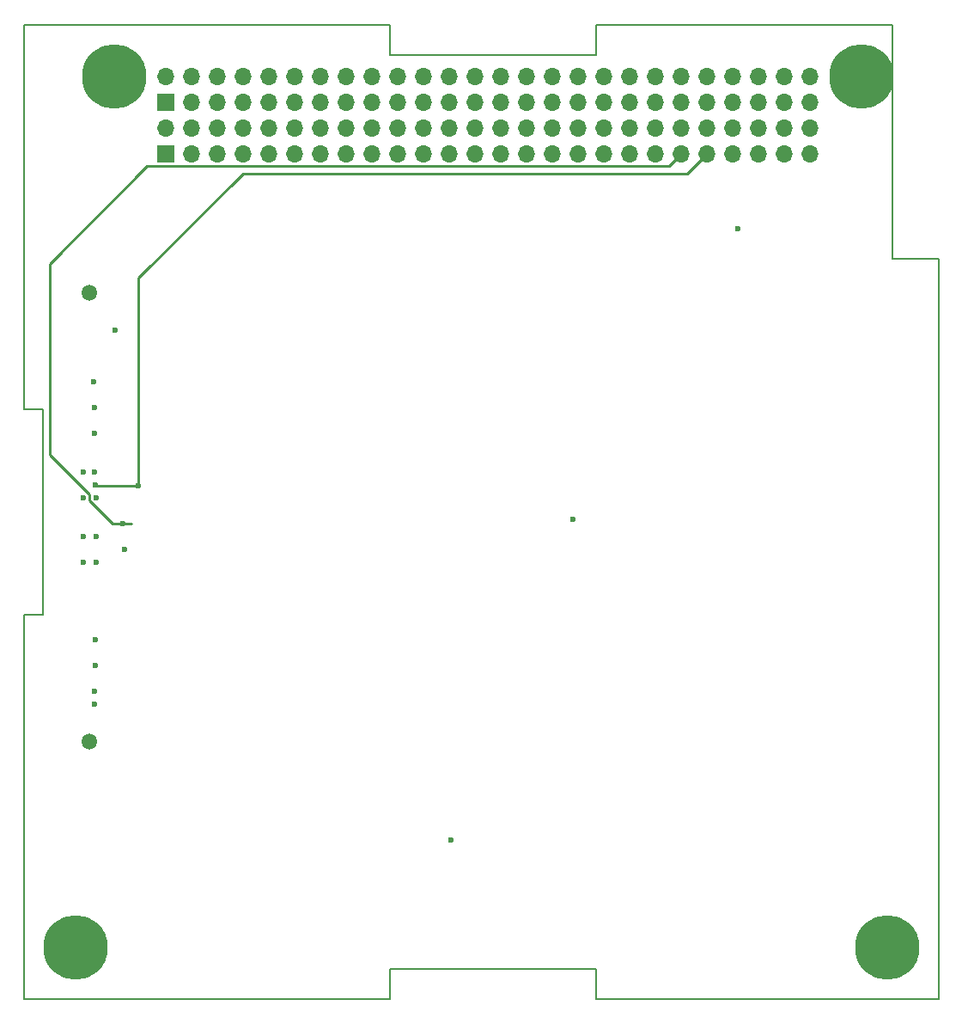
<source format=gbr>
%TF.GenerationSoftware,KiCad,Pcbnew,5.0.0*%
%TF.CreationDate,2018-07-31T15:35:49-05:00*%
%TF.ProjectId,Header_Board,4865616465725F426F6172642E6B6963,rev?*%
%TF.SameCoordinates,Original*%
%TF.FileFunction,Copper,L3,Inr,Signal*%
%TF.FilePolarity,Positive*%
%FSLAX46Y46*%
G04 Gerber Fmt 4.6, Leading zero omitted, Abs format (unit mm)*
G04 Created by KiCad (PCBNEW 5.0.0) date Tue Jul 31 15:35:49 2018*
%MOMM*%
%LPD*%
G01*
G04 APERTURE LIST*
%ADD10C,0.150000*%
%ADD11C,1.500000*%
%ADD12R,1.700000X1.700000*%
%ADD13O,1.700000X1.700000*%
%ADD14C,6.350000*%
%ADD15C,0.600000*%
%ADD16C,0.250000*%
G04 APERTURE END LIST*
D10*
X137668000Y-154305000D02*
X171450000Y-154305000D01*
X81280000Y-154305000D02*
X117348000Y-154305000D01*
X81280000Y-116509800D02*
X81280000Y-154305000D01*
X81280000Y-58420000D02*
X81280000Y-96215200D01*
X137668000Y-58420000D02*
X166878000Y-58420000D01*
X81280000Y-58420000D02*
X117348000Y-58420000D01*
X171450000Y-81407000D02*
X171450000Y-154305000D01*
X83185000Y-116509800D02*
X81280000Y-116509800D01*
X83185000Y-96215200D02*
X83185000Y-116509800D01*
X81280000Y-96215200D02*
X83185000Y-96215200D01*
X137668000Y-151384000D02*
X137668000Y-154305000D01*
X117348000Y-151384000D02*
X137668000Y-151384000D01*
X117348000Y-154305000D02*
X117348000Y-151384000D01*
X166878000Y-81407000D02*
X171450000Y-81407000D01*
X166878000Y-58420000D02*
X166878000Y-81407000D01*
X137668000Y-61341000D02*
X137668000Y-58420000D01*
X117348000Y-61341000D02*
X137668000Y-61341000D01*
X117348000Y-58420000D02*
X117348000Y-61341000D01*
D11*
X87782400Y-128983200D03*
X87782400Y-84783200D03*
D12*
X95257081Y-66040935D03*
D13*
X95257081Y-63500935D03*
X97797081Y-66040935D03*
X97797081Y-63500935D03*
X100337081Y-66040935D03*
X100337081Y-63500935D03*
X102877081Y-66040935D03*
X102877081Y-63500935D03*
X105417081Y-66040935D03*
X105417081Y-63500935D03*
X107957081Y-66040935D03*
X107957081Y-63500935D03*
X110497081Y-66040935D03*
X110497081Y-63500935D03*
X113037081Y-66040935D03*
X113037081Y-63500935D03*
X115577081Y-66040935D03*
X115577081Y-63500935D03*
X118117081Y-66040935D03*
X118117081Y-63500935D03*
X120657081Y-66040935D03*
X120657081Y-63500935D03*
X123197081Y-66040935D03*
X123197081Y-63500935D03*
X125737081Y-66040935D03*
X125737081Y-63500935D03*
X128277081Y-66040935D03*
X128277081Y-63500935D03*
X130817081Y-66040935D03*
X130817081Y-63500935D03*
X133357081Y-66040935D03*
X133357081Y-63500935D03*
X135897081Y-66040935D03*
X135897081Y-63500935D03*
X138437081Y-66040935D03*
X138437081Y-63500935D03*
X140977081Y-66040935D03*
X140977081Y-63500935D03*
X143517081Y-66040935D03*
X143517081Y-63500935D03*
X146057081Y-66040935D03*
X146057081Y-63500935D03*
X148597081Y-66040935D03*
X148597081Y-63500935D03*
X151137081Y-66040935D03*
X151137081Y-63500935D03*
X153677081Y-66040935D03*
X153677081Y-63500935D03*
X156217081Y-66040935D03*
X156217081Y-63500935D03*
X158757081Y-66040935D03*
X158757081Y-63500935D03*
D12*
X95257081Y-71120935D03*
D13*
X95257081Y-68580935D03*
X97797081Y-71120935D03*
X97797081Y-68580935D03*
X100337081Y-71120935D03*
X100337081Y-68580935D03*
X102877081Y-71120935D03*
X102877081Y-68580935D03*
X105417081Y-71120935D03*
X105417081Y-68580935D03*
X107957081Y-71120935D03*
X107957081Y-68580935D03*
X110497081Y-71120935D03*
X110497081Y-68580935D03*
X113037081Y-71120935D03*
X113037081Y-68580935D03*
X115577081Y-71120935D03*
X115577081Y-68580935D03*
X118117081Y-71120935D03*
X118117081Y-68580935D03*
X120657081Y-71120935D03*
X120657081Y-68580935D03*
X123197081Y-71120935D03*
X123197081Y-68580935D03*
X125737081Y-71120935D03*
X125737081Y-68580935D03*
X128277081Y-71120935D03*
X128277081Y-68580935D03*
X130817081Y-71120935D03*
X130817081Y-68580935D03*
X133357081Y-71120935D03*
X133357081Y-68580935D03*
X135897081Y-71120935D03*
X135897081Y-68580935D03*
X138437081Y-71120935D03*
X138437081Y-68580935D03*
X140977081Y-71120935D03*
X140977081Y-68580935D03*
X143517081Y-71120935D03*
X143517081Y-68580935D03*
X146057081Y-71120935D03*
X146057081Y-68580935D03*
X148597081Y-71120935D03*
X148597081Y-68580935D03*
X151137081Y-71120935D03*
X151137081Y-68580935D03*
X153677081Y-71120935D03*
X153677081Y-68580935D03*
X156217081Y-71120935D03*
X156217081Y-68580935D03*
X158757081Y-71120935D03*
X158757081Y-68580935D03*
D14*
X90170000Y-63500000D03*
X163830000Y-63500000D03*
X86360000Y-149225000D03*
X166370000Y-149225000D03*
D11*
X87757000Y-128957800D03*
X87757000Y-84757800D03*
D15*
X91033600Y-107492800D03*
X88366600Y-103708200D03*
X92608400Y-103759000D03*
X91211400Y-110058200D03*
X88315800Y-118922800D03*
X88341200Y-121462800D03*
X88265000Y-98602800D03*
X88163400Y-93522800D03*
X90322400Y-88442800D03*
X88265000Y-96088200D03*
X88290400Y-125272800D03*
X88290400Y-124002800D03*
X88442800Y-111302800D03*
X87147400Y-111302800D03*
X87122000Y-108788200D03*
X88392000Y-108788200D03*
X87147400Y-104952800D03*
X87147400Y-102412800D03*
X88290400Y-102412800D03*
X88417400Y-104952800D03*
X123418600Y-138658600D03*
X135458200Y-107086400D03*
X151638000Y-78460600D03*
D16*
X91033600Y-107492800D02*
X91897200Y-107492800D01*
X87772401Y-104652799D02*
X83820000Y-100700398D01*
X87772401Y-105232803D02*
X87772401Y-104652799D01*
X91033600Y-107492800D02*
X90032398Y-107492800D01*
X90032398Y-107492800D02*
X87772401Y-105232803D01*
X83820000Y-100700398D02*
X83820000Y-81915000D01*
X144882080Y-72295936D02*
X145207082Y-71970934D01*
X93439064Y-72295936D02*
X144882080Y-72295936D01*
X145207082Y-71970934D02*
X146057081Y-71120935D01*
X83820000Y-81915000D02*
X93439064Y-72295936D01*
X88417400Y-103759000D02*
X88366600Y-103708200D01*
X92608400Y-103759000D02*
X88417400Y-103759000D01*
X92608400Y-103759000D02*
X92608400Y-83286600D01*
X92608400Y-83286600D02*
X102870000Y-73025000D01*
X146693016Y-73025000D02*
X148597081Y-71120935D01*
X102870000Y-73025000D02*
X146693016Y-73025000D01*
M02*

</source>
